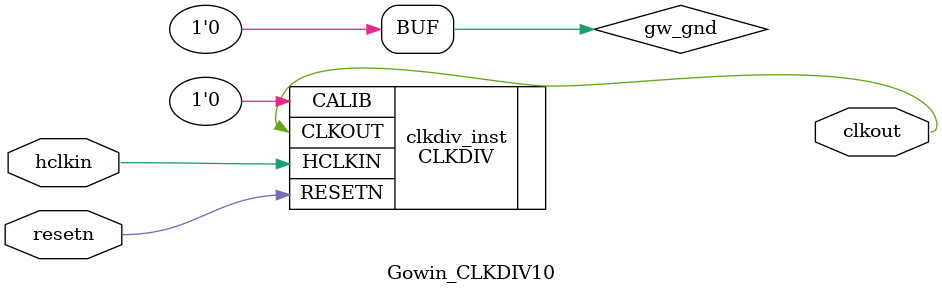
<source format=v>

module Gowin_CLKDIV10 (clkout, hclkin, resetn);

output clkout;
input hclkin;
input resetn;

wire gw_gnd;

assign gw_gnd = 1'b0;

CLKDIV clkdiv_inst (
    .CLKOUT(clkout),
    .HCLKIN(hclkin),
    .RESETN(resetn),
    .CALIB(gw_gnd)
);

defparam clkdiv_inst.DIV_MODE = "5";
defparam clkdiv_inst.GSREN = "false";

endmodule //Gowin_CLKDIV10

</source>
